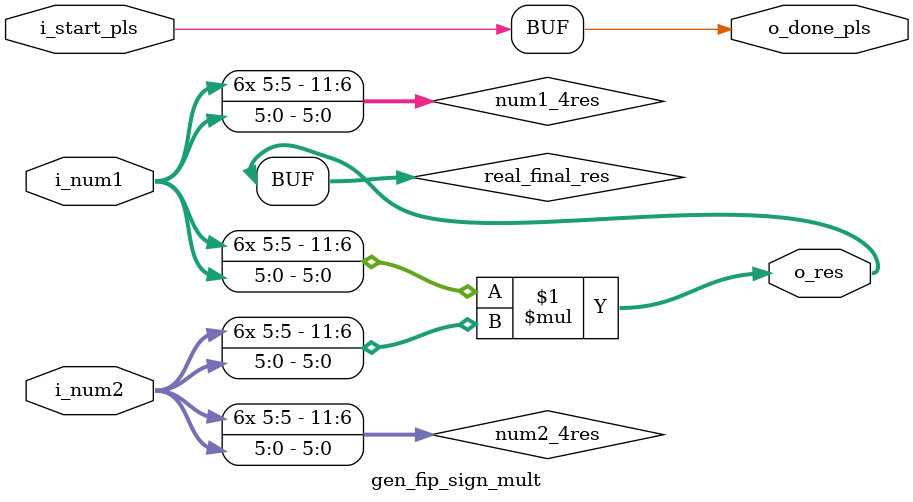
<source format=sv>

module gen_fip_sign_mult # (
	parameter IN_NUM_INT_W 		= 1, //including sign bit
	parameter IN_NUM_FRACT_W 	= 5,
	parameter RES_INT_W 		= 2*IN_NUM_INT_W, //For default values: 2
	parameter RES_FRACT_W 		= 2*IN_NUM_FRACT_W, //For default values: 10
	//----------------------------------------------
	//local parameter - user must not touch!
	//----------------------------------------------
	parameter IN_NUM_W 		= IN_NUM_INT_W + IN_NUM_FRACT_W,
	parameter RES_W 		= RES_INT_W  + RES_FRACT_W
	)	(
	//inputs
	input 				i_start_pls,
	input [IN_NUM_W-1:0]		i_num1,
	input [IN_NUM_W-1:0]		i_num2,
	//outputs - immidiate
	output logic			o_done_pls,
	output logic [RES_W-1:0]	o_res //res = num1*num2 //res if fixed-point with sign bit
	 );


// =========================================================================
// local parameters and ints
// =========================================================================
localparam REAL_RES_INT_W 		= 2*IN_NUM_INT_W; //For default values: 2
localparam REAL_RES_FRACT_W 		= 2*IN_NUM_FRACT_W; //For default values: 10
localparam REAL_RES_W 			= REAL_RES_INT_W  + REAL_RES_FRACT_W;

localparam IN_NUM_FRACT_START_IDX 	= 0;
localparam IN_NUM_INT_START_IDX	 	= IN_NUM_FRACT_W;
localparam RES_FRACT_START_IDX  	= 0;
localparam RES_INT_START_IDX 		= RES_FRACT_W;
localparam REAL_RES_FRACT_START_IDX  	= 0;
localparam REAL_RES_INT_START_IDX	= REAL_RES_FRACT_W;


// =========================================================================
// signals decleration
// =========================================================================
logic [REAL_RES_W-1:0]			num1_4res;
logic [REAL_RES_W-1:0]			num2_4res;
logic [REAL_RES_W-1:0]			real_final_res;




// #########################################################################
// #########################################################################
// ------------------------- MODULE LOGIC ----------------------------------
// #########################################################################
// #########################################################################

// aligne num1 and num2 , and ext to res width
//assign num1_4res [RES_FRACT_START_IDX +: RES_FRACT_W] = {i_num1[NUM1_FRACT_START_IDX+:NUM1_FRACT_W]	, {(RES_FRACT_W-NUM1_FRACT_W){1'b0}}};
//assign num1_4res [RES_INT_START_IDX   +: RES_INT_W  ] = {{(RES_INT_W-NUM1_INT_W){i_num1[NUM1_W-1]}} 	, i_num1[NUM1_INT_START_IDX+:NUM1_INT_W]};
//assign num2_4res [RES_FRACT_START_IDX +: RES_FRACT_W] = {i_num2[NUM2_FRACT_START_IDX+:NUM2_FRACT_W]	, {(RES_FRACT_W-NUM2_FRACT_W){1'b0}}};
//assign num2_4res [RES_INT_START_IDX   +: RES_INT_W  ] = {{(RES_INT_W-NUM2_INT_W){i_num2[NUM2_W-1]}} 	, i_num2[NUM2_INT_START_IDX+:NUM2_INT_W]};
assign num1_4res = {{(REAL_RES_W-IN_NUM_W){i_num1[IN_NUM_W-1]}} , i_num1};
assign num2_4res = {{(REAL_RES_W-IN_NUM_W){i_num2[IN_NUM_W-1]}} , i_num2};


// simple mult
assign real_final_res 	  = num1_4res * num2_4res;

// set res width
generate 
	if ((RES_INT_W==REAL_RES_INT_W) && (RES_FRACT_W==REAL_RES_FRACT_W))
		begin: IF_RES_W_IS_REAL_RES_W
		assign o_res 		= real_final_res;
		assign o_done_pls 	= i_start_pls;
		end
	else
		begin: IF_RES_W_ISNOT_REAL_RES_W
		/*CHANGE_RES_WIDTH*/		gen_fip_sign_change_num_width # (
		/*CHANGE_RES_WIDTH*/		.IN_NUM_INT_W 	 (REAL_RES_INT_W 	), //including sign bit
		/*CHANGE_RES_WIDTH*/		.IN_NUM_FRACT_W  (REAL_RES_FRACT_W 	),
		/*CHANGE_RES_WIDTH*/		.OUT_NUM_INT_W 	 (RES_INT_W 		), //including sign bit. 
		/*CHANGE_RES_WIDTH*/		.OUT_NUM_FRACT_W (RES_FRACT_W 		) 
		/*CHANGE_RES_WIDTH*/		) u_fix_res_width_inst	 (
		/*CHANGE_RES_WIDTH*/		//inputs
		/*CHANGE_RES_WIDTH*/		.i_start_pls 	(i_start_pls	),
		/*CHANGE_RES_WIDTH*/		.i_num		(real_final_res	),
		/*CHANGE_RES_WIDTH*/		//outputs - immidiate
		/*CHANGE_RES_WIDTH*/		.o_done_pls	(o_done_pls	),
		/*CHANGE_RES_WIDTH*/		.o_num 		(o_res		)//res is fixed-point with sign bit
		/*CHANGE_RES_WIDTH*/		 );	
		end
endgenerate
	
endmodule


//##############################################################################################
//##############################################################################################
		


</source>
